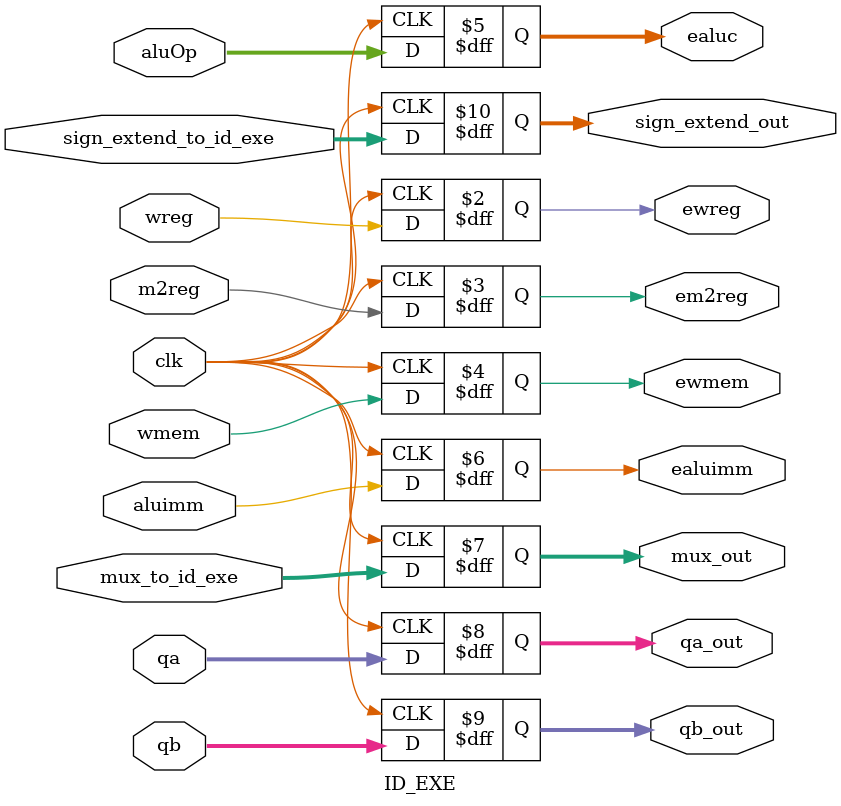
<source format=v>
`timescale 1ns / 1ps

//ID/EXE register for pipelining
module ID_EXE(
    input clk,
    input wreg,
    input m2reg,
    input wmem,
    input [3:0] aluOp,
    input aluimm, 
    input [4:0] mux_to_id_exe,
    input [31:0] qa,
    input [31:0] qb,
    input [31:0] sign_extend_to_id_exe,
    output reg ewreg,
    output reg em2reg, ewmem,
    output reg [3:0] ealuc,
    output reg ealuimm,
    output reg [4:0] mux_out,
    output reg [31:0] qa_out,
    output reg [31:0] qb_out,
    output reg [31:0] sign_extend_out
    );
    
    // outputs
    always @(negedge clk)
    begin
        ewreg = wreg;
        em2reg = m2reg;
        ewmem = wmem;
        ealuimm = aluimm;
        ealuc = aluOp;
        qa_out = qa;
        qb_out = qb;
        sign_extend_out = sign_extend_to_id_exe;
        mux_out = mux_to_id_exe;
    end
    
    
endmodule

</source>
